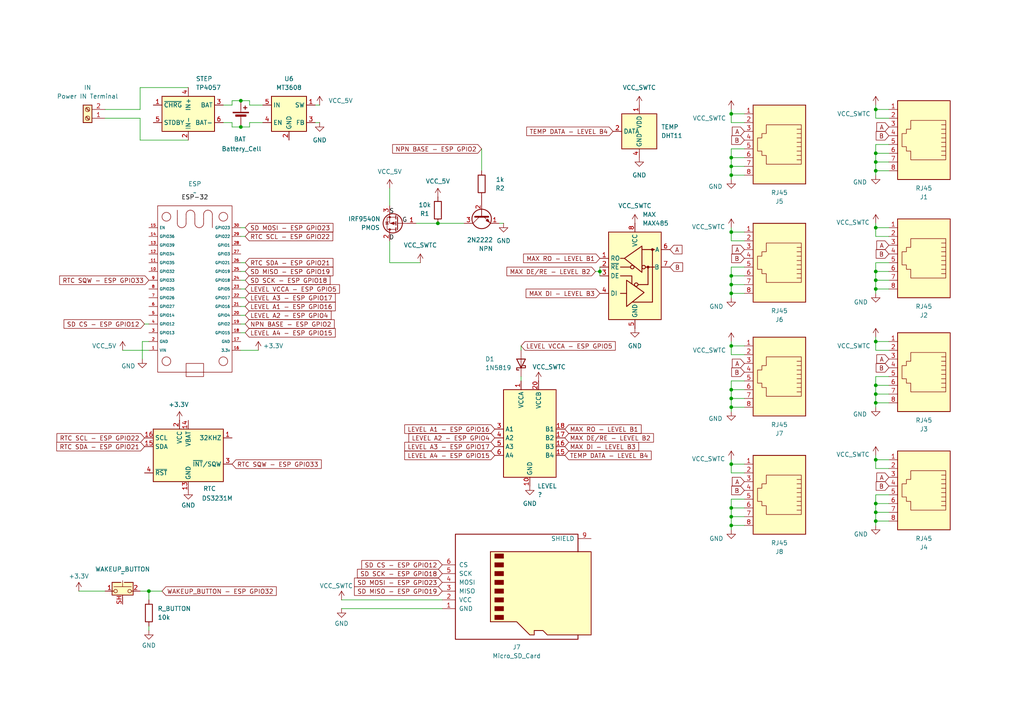
<source format=kicad_sch>
(kicad_sch (version 20231120) (generator "eeschema") (generator_version "8.0")
  (paper "A4")
  (title_block (title "Main Unit Electrical Scheme") (date "2025-07-23"))
  (lib_symbols
    (symbol "Battery_Management:TP4057"
      (property "Reference" "U" (at -6.35 6.604 0))
      (property "Value" "TP4057" (at 1.524 6.604 0))
      (symbol "TP4057_1_1"
        (pin open_collector line (at -10.16 2.54 0) (length 2.54) (name "~{CHRG}") (number "1"))
        (pin power_in line (at 0 -7.62 90) (length 2.54) (name "IN-") (number "2"))
        (pin power_out line (at 10.16 2.54 180) (length 2.54) (name "BAT") (number "3"))
        (pin power_in line (at 0 7.62 270) (length 2.54) (name "IN+") (number "4"))
        (pin open_collector line (at -10.16 -2.54 0) (length 2.54) (name "STDBY") (number "5"))
        (pin passive line (at 10.16 -2.54 180) (length 2.54) (name "BAT-") (number "6"))
      )
    )
    (symbol "Connector:RJ45" (pin_names (offset 1.016))
      (property "Reference" "J" (at -5.08 13.97 0))
      (property "Value" "RJ45" (at 2.54 13.97 0))
      (symbol "RJ45_1_1"
        (pin passive line (at 10.16 -7.62 180) (length 2.54) (name "~") (number "1"))
        (pin passive line (at 10.16 -5.08 180) (length 2.54) (name "~") (number "2"))
        (pin passive line (at 10.16 -2.54 180) (length 2.54) (name "~") (number "3"))
        (pin passive line (at 10.16 0 180) (length 2.54) (name "~") (number "4"))
        (pin passive line (at 10.16 2.54 180) (length 2.54) (name "~") (number "5"))
        (pin passive line (at 10.16 5.08 180) (length 2.54) (name "~") (number "6"))
        (pin passive line (at 10.16 7.62 180) (length 2.54) (name "~") (number "7"))
        (pin passive line (at 10.16 10.16 180) (length 2.54) (name "~") (number "8"))
      )
    )
    (symbol "Connector:Screw_Terminal_01x02" (pin_names (offset 1.016) hide)
      (property "Reference" "J" (at 0 2.54 0))
      (property "Value" "Screw_Terminal_01x02" (at 0 -5.08 0))
      (symbol "Screw_Terminal_01x02_1_1"
        (pin passive line (at -5.08 0 0) (length 3.81) (name "Pin_1") (number "1"))
        (pin passive line (at -5.08 -2.54 0) (length 3.81) (name "Pin_2") (number "2"))
      )
    )
    (symbol "Device:Battery_Cell" (pin_numbers hide) (pin_names (offset 0) hide)
      (property "Reference" "BT" (at 2.54 2.54 0))
      (property "Value" "Battery_Cell" (at 2.54 0 0))
      (symbol "Battery_Cell_1_1"
        (pin passive line (at 0 5.08 270) (length 2.54) (name "+") (number "1"))
        (pin passive line (at 0 -2.54 90) (length 2.54) (name "-") (number "2"))
      )
    )
    (symbol "Device:R" (pin_numbers hide) (pin_names (offset 0))
      (property "Reference" "R" (at 2.032 0 90))
      (property "Value" "R" (at 0 0 90))
      (symbol "R_1_1"
        (pin passive line (at 0 3.81 270) (length 1.27) (name "~") (number "1"))
        (pin passive line (at 0 -3.81 90) (length 1.27) (name "~") (number "2"))
      )
    )
    (symbol "Diode:1N5819" (pin_numbers hide) (pin_names (offset 1.016) hide)
      (property "Reference" "D" (at 0 2.54 0))
      (property "Value" "1N5819" (at 0 -2.54 0))
      (symbol "1N5819_1_1"
        (pin passive line (at -3.81 0 0) (length 2.54) (name "K") (number "1"))
        (pin passive line (at 3.81 0 180) (length 2.54) (name "A") (number "2"))
      )
    )
    (symbol "FXMA108_1"
      (property "Reference" "LEVEL" (at 2.1941 -15.24 0))
      (property "Value" "?" (at 2.286 -17.78 0))
      (symbol "FXMA108_1_1_1"
        (pin power_in line (at -2.54 15.24 270) (length 2.54) (name "VCCA") (number "1"))
        (pin power_in line (at 0 -15.24 90) (length 2.54) (name "GND") (number "10"))
        (pin bidirectional line (at 10.16 -6.35 180) (length 2.54) (name "B4") (number "15"))
        (pin bidirectional line (at 10.16 -3.81 180) (length 2.54) (name "B3") (number "16"))
        (pin bidirectional line (at 10.16 -1.27 180) (length 2.54) (name "B2") (number "17"))
        (pin bidirectional line (at 10.16 1.27 180) (length 2.54) (name "B1") (number "18"))
        (pin power_in line (at 2.54 15.24 270) (length 2.54) (name "VCCB") (number "20"))
        (pin no_connect line (at 2.54 -12.7 90) (length 2.54) hide (name "NC") (number "21"))
        (pin bidirectional line (at -10.16 1.27 0) (length 2.54) (name "A1") (number "3"))
        (pin bidirectional line (at -10.16 -1.27 0) (length 2.54) (name "A2") (number "4"))
        (pin bidirectional line (at -10.16 -3.81 0) (length 2.54) (name "A3") (number "5"))
        (pin bidirectional line (at -10.16 -6.35 0) (length 2.54) (name "A4") (number "6"))
      )
    )
    (symbol "Interface_UART:MAX485E"
      (property "Reference" "U" (at -6.985 13.97 0))
      (property "Value" "MAX485E" (at 1.905 13.97 0))
      (symbol "MAX485E_1_1"
        (pin output line (at -10.16 5.08 0) (length 2.54) (name "RO") (number "1"))
        (pin input line (at -10.16 2.54 0) (length 2.54) (name "~{RE}") (number "2"))
        (pin input line (at -10.16 0 0) (length 2.54) (name "DE") (number "3"))
        (pin input line (at -10.16 -5.08 0) (length 2.54) (name "DI") (number "4"))
        (pin power_in line (at 0 -15.24 90) (length 2.54) (name "GND") (number "5"))
        (pin bidirectional line (at 10.16 7.62 180) (length 2.54) (name "A") (number "6"))
        (pin bidirectional line (at 10.16 2.54 180) (length 2.54) (name "B") (number "7"))
        (pin power_in line (at 0 15.24 270) (length 2.54) (name "VCC") (number "8"))
      )
    )
    (symbol "Micro_SD_Card_1" (pin_names (offset 1.016))
      (property "Reference" "J5" (at 0.635 -21.59 0))
      (property "Value" "Micro_SD_Card" (at 0.635 -19.05 0))
      (symbol "Micro_SD_Card_1_1_1"
        (pin power_in line (at -22.86 5.08 0) (length 3.81) (name "GND") (number "1"))
        (pin power_in line (at -22.86 2.54 0) (length 3.81) (name "VCC") (number "2"))
        (pin bidirectional line (at -22.86 0 0) (length 3.81) (name "MISO") (number "3"))
        (pin bidirectional line (at -22.86 -2.54 0) (length 3.81) (name "MOSI") (number "4"))
        (pin bidirectional line (at -22.86 -5.08 0) (length 3.81) (name "SCK") (number "5"))
        (pin bidirectional line (at -22.86 -7.62 0) (length 3.81) (name "CS") (number "6"))
        (pin passive line (at 20.32 -15.24 180) (length 3.81) (name "SHIELD") (number "9"))
      )
    )
    (symbol "Regulator_Switching:MT3608"
      (property "Reference" "U" (at -2.54 8.89 0))
      (property "Value" "MT3608" (at -3.81 6.35 0))
      (symbol "MT3608_1_1"
        (pin passive line (at 7.62 2.54 180) (length 2.54) (name "SW") (number "1"))
        (pin power_in line (at 0 -7.62 90) (length 2.54) (name "GND") (number "2"))
        (pin input line (at 7.62 -2.54 180) (length 2.54) (name "FB") (number "3"))
        (pin input line (at -7.62 -2.54 0) (length 2.54) (name "EN") (number "4"))
        (pin power_in line (at -7.62 2.54 0) (length 2.54) (name "IN") (number "5"))
        (pin no_connect line (at 5.08 0 180) (length 2.54) hide (name "NC") (number "6"))
      )
    )
    (symbol "Sensor:DHT11"
      (property "Reference" "U" (at -3.81 6.35 0))
      (property "Value" "DHT11" (at 3.81 6.35 0))
      (symbol "DHT11_1_1"
        (pin power_in line (at 0 7.62 270) (length 2.54) (name "VDD") (number "1"))
        (pin bidirectional line (at 7.62 0 180) (length 2.54) (name "DATA") (number "2"))
        (pin no_connect line (at -5.08 0 0) (length 2.54) hide (name "NC") (number "3"))
        (pin power_in line (at 0 -7.62 90) (length 2.54) (name "GND") (number "4"))
      )
    )
    (symbol "Switch:CK_KMS2xxG" (pin_names (offset 1.016) hide)
      (property "Reference" "SW" (at 4.318 2.032 0))
      (property "Value" "CK_KMS2xxG" (at 0 4.572 0))
      (symbol "CK_KMS2xxG_0_1"
        (pin passive line (at -5.08 0 0) (length 2.54) (name "1") (number "1"))
        (pin passive line (at 5.08 0 180) (length 2.54) (name "2") (number "2"))
      )
      (symbol "CK_KMS2xxG_1_1"
        (pin passive line (at 0 -3.81 90) (length 2.54) (name "B") (number "SH"))
      )
    )
    (symbol "Timer_RTC:DS3231M"
      (property "Reference" "U" (at -7.62 8.89 0))
      (property "Value" "DS3231M" (at 10.16 8.89 0))
      (symbol "DS3231M_1_1"
        (pin open_collector line (at 12.7 5.08 180) (length 2.54) (name "32KHZ") (number "1"))
        (pin passive line (at 0 -10.16 90) (length 2.54) hide (name "GND") (number "10"))
        (pin passive line (at 0 -10.16 90) (length 2.54) hide (name "GND") (number "11"))
        (pin passive line (at 0 -10.16 90) (length 2.54) hide (name "GND") (number "12"))
        (pin power_in line (at 0 -10.16 90) (length 2.54) (name "GND") (number "13"))
        (pin power_in line (at 0 10.16 270) (length 2.54) (name "VBAT") (number "14"))
        (pin bidirectional line (at -12.7 2.54 0) (length 2.54) (name "SDA") (number "15"))
        (pin input line (at -12.7 5.08 0) (length 2.54) (name "SCL") (number "16"))
        (pin power_in line (at -2.54 10.16 270) (length 2.54) (name "VCC") (number "2"))
        (pin open_collector line (at 12.7 -2.54 180) (length 2.54) (name "~{INT}/SQW") (number "3"))
        (pin bidirectional line (at -12.7 -5.08 0) (length 2.54) (name "~{RST}") (number "4"))
        (pin passive line (at 0 -10.16 90) (length 2.54) hide (name "GND") (number "5"))
        (pin passive line (at 0 -10.16 90) (length 2.54) hide (name "GND") (number "6"))
        (pin passive line (at 0 -10.16 90) (length 2.54) hide (name "GND") (number "7"))
        (pin passive line (at 0 -10.16 90) (length 2.54) hide (name "GND") (number "8"))
        (pin passive line (at 0 -10.16 90) (length 2.54) hide (name "GND") (number "9"))
      )
    )
    (symbol "Transistor_BJT:2N2219" (pin_names (offset 0) hide)
      (property "Reference" "Q" (at 5.08 1.905 0))
      (property "Value" "2N2219" (at 5.08 0 0))
      (symbol "2N2219_1_1"
        (pin passive line (at 2.54 -5.08 90) (length 2.54) (name "E") (number "1"))
        (pin passive line (at -5.08 0 0) (length 5.715) (name "B") (number "2"))
        (pin passive line (at 2.54 5.08 270) (length 2.54) (name "C") (number "3"))
      )
    )
    (symbol "Transistor_FET:IRF9540N" (pin_names hide)
      (property "Reference" "Q" (at 5.08 1.905 0))
      (property "Value" "IRF9540N" (at 5.08 0 0))
      (symbol "IRF9540N_1_1"
        (pin input line (at -5.08 0 0) (length 2.54) (name "G") (number "1"))
        (pin passive line (at 2.54 5.08 270) (length 2.54) (name "D") (number "2"))
        (pin passive line (at 2.54 -5.08 90) (length 2.54) (name "S") (number "3"))
      )
    )
    (symbol "esp32_30pin:ESP32_30Pin"
      (property "Reference" "U" (at 0 0 0))
      (property "Footprint" "ESP32_30pin" (at 0 -2.54 0))
      (symbol "ESP32_30Pin_1_1"
        (pin power_out line (at 17.78 -13.335 90) (length 2.54) (name "VIN") (number "1"))
        (pin bidirectional line (at -5.08 -13.335 90) (length 2.54) (name "GPIO32") (number "10"))
        (pin bidirectional line (at -7.62 -13.335 90) (length 2.54) (name "GPIO35") (number "11"))
        (pin bidirectional line (at -10.16 -13.335 90) (length 2.54) (name "GPIO34") (number "12"))
        (pin bidirectional line (at -12.7 -13.335 90) (length 2.54) (name "GPIO39") (number "13"))
        (pin bidirectional line (at -15.24 -13.335 90) (length 2.54) (name "GPIO36") (number "14"))
        (pin bidirectional line (at -17.78 -13.335 90) (length 2.54) (name "EN") (number "15"))
        (pin output line (at 17.78 13.335 270) (length 2.54) (name "3.3v") (number "16"))
        (pin power_in line (at 15.24 13.335 270) (length 2.54) (name "GND") (number "17"))
        (pin bidirectional line (at 12.7 13.335 270) (length 2.54) (name "GPIO15") (number "18"))
        (pin bidirectional line (at 10.16 13.335 270) (length 2.54) (name "GPIO2") (number "19"))
        (pin bidirectional line (at 15.24 -13.335 90) (length 2.54) (name "GND") (number "2"))
        (pin bidirectional line (at 7.62 13.335 270) (length 2.54) (name "GPIO4") (number "20"))
        (pin bidirectional line (at 5.08 13.335 270) (length 2.54) (name "GPIO16") (number "21"))
        (pin bidirectional line (at 2.54 13.335 270) (length 2.54) (name "GPIO17") (number "22"))
        (pin bidirectional line (at 0 13.335 270) (length 2.54) (name "GPIO5") (number "23"))
        (pin bidirectional line (at -2.54 13.335 270) (length 2.54) (name "GPIO18") (number "24"))
        (pin bidirectional line (at -5.08 13.335 270) (length 2.54) (name "GPIO19") (number "25"))
        (pin bidirectional line (at -7.62 13.335 270) (length 2.54) (name "GPIO21") (number "26"))
        (pin bidirectional line (at -10.16 13.335 270) (length 2.54) (name "GPIO3") (number "27"))
        (pin bidirectional line (at -12.7 13.335 270) (length 2.54) (name "GPIO1") (number "28"))
        (pin bidirectional line (at -15.24 13.335 270) (length 2.54) (name "GPIO22") (number "29"))
        (pin bidirectional line (at 12.7 -13.335 90) (length 2.54) (name "GPIO13") (number "3"))
        (pin bidirectional line (at -17.78 13.335 270) (length 2.54) (name "GPIO23") (number "30"))
        (pin bidirectional line (at 10.16 -13.335 90) (length 2.54) (name "GPIO12") (number "4"))
        (pin bidirectional line (at 7.62 -13.335 90) (length 2.54) (name "GPIO14") (number "5"))
        (pin bidirectional line (at 5.08 -13.335 90) (length 2.54) (name "GPIO27") (number "6"))
        (pin bidirectional line (at 2.54 -13.335 90) (length 2.54) (name "GPIO26") (number "7"))
        (pin bidirectional line (at 0 -13.335 90) (length 2.54) (name "GPIO25") (number "8"))
        (pin bidirectional line (at -2.54 -13.335 90) (length 2.54) (name "GPIO33") (number "9"))
      )
    )
    (symbol "power:+3.3V" (power) (pin_numbers hide) (pin_names (offset 0) hide)
      (property "Value" "+3.3V" (at 0 3.556 0))
      (symbol "+3.3V_1_1"
        (pin power_in line (at 0 0 90) (length 0) (name "~") (number "1"))
      )
    )
    (symbol "power:+5V" (power) (pin_numbers hide) (pin_names (offset 0) hide)
      (property "Value" "+5V" (at 0 3.556 0))
      (symbol "+5V_1_1"
        (pin power_in line (at 0 0 90) (length 0) (name "~") (number "1"))
      )
    )
    (symbol "power:GND" (power) (pin_numbers hide) (pin_names (offset 0) hide)
      (property "Value" "GND" (at 0 -3.81 0))
      (symbol "GND_1_1"
        (pin power_in line (at 0 0 270) (length 0) (name "~") (number "1"))
      )
    )
  )
  (junction (at 254 148.59))
  (junction (at 254 146.05))
  (junction (at 212.09 147.32))
  (junction (at 254 133.35))
  (junction (at 254 66.04))
  (junction (at 212.09 152.4))
  (junction (at 212.09 50.8))
  (junction (at 212.09 149.86))
  (junction (at 212.09 45.72))
  (junction (at 212.09 113.03))
  (junction (at 212.09 100.33))
  (junction (at 69.85 29.21))
  (junction (at 254 151.13))
  (junction (at 127 64.77))
  (junction (at 212.09 80.01))
  (junction (at 212.09 134.62))
  (junction (at 254 31.75))
  (junction (at 254 81.28))
  (junction (at 212.09 48.26))
  (junction (at 254 49.53))
  (junction (at 254 46.99))
  (junction (at 254 99.06))
  (junction (at 254 111.76))
  (junction (at 254 78.74))
  (junction (at 254 44.45))
  (junction (at 212.09 115.57))
  (junction (at 212.09 33.02))
  (junction (at 43.18 171.45))
  (junction (at 212.09 118.11))
  (junction (at 173.99 78.74))
  (junction (at 254 116.84))
  (junction (at 212.09 67.31))
  (junction (at 212.09 82.55))
  (junction (at 254 83.82))
  (junction (at 69.85 36.83))
  (junction (at 212.09 85.09))
  (junction (at 254 114.3))
  (wire (pts (xy 212.09 134.62) (xy 212.09 137.16)))
  (wire (pts (xy 212.09 115.57) (xy 215.9 115.57)))
  (wire (pts (xy 254 68.58) (xy 257.81 68.58)))
  (wire (pts (xy 254 133.35) (xy 254 135.89)))
  (wire (pts (xy 254 46.99) (xy 257.81 46.99)))
  (wire (pts (xy 254 114.3) (xy 257.81 114.3)))
  (wire (pts (xy 212.09 33.02) (xy 212.09 35.56)))
  (wire (pts (xy 113.03 76.2) (xy 121.92 76.2)))
  (wire (pts (xy 69.85 101.6) (xy 74.93 101.6)))
  (wire (pts (xy 99.06 176.53) (xy 128.27 176.53)))
  (wire (pts (xy 212.09 153.67) (xy 212.09 152.4)))
  (wire (pts (xy 212.09 119.38) (xy 212.09 118.11)))
  (wire (pts (xy 254 133.35) (xy 257.81 133.35)))
  (wire (pts (xy 212.09 102.87) (xy 215.9 102.87)))
  (wire (pts (xy 254 78.74) (xy 257.81 78.74)))
  (wire (pts (xy 144.78 64.77) (xy 146.05 64.77)))
  (wire (pts (xy 254 31.75) (xy 254 34.29)))
  (wire (pts (xy 43.18 171.45) (xy 46.99 171.45)))
  (wire (pts (xy 67.31 35.56) (xy 67.31 36.83)))
  (wire (pts (xy 151.13 100.33) (xy 151.13 101.6)))
  (wire (pts (xy 212.09 100.33) (xy 212.09 102.87)))
  (wire (pts (xy 212.09 110.49) (xy 212.09 113.03)))
  (wire (pts (xy 127 64.77) (xy 134.62 64.77)))
  (wire (pts (xy 172.72 78.74) (xy 173.99 78.74)))
  (wire (pts (xy 69.85 29.21) (xy 72.39 29.21)))
  (wire (pts (xy 212.09 77.47) (xy 212.09 80.01)))
  (wire (pts (xy 254 148.59) (xy 257.81 148.59)))
  (wire (pts (xy 212.09 48.26) (xy 215.9 48.26)))
  (wire (pts (xy 212.09 100.33) (xy 215.9 100.33)))
  (wire (pts (xy 254 109.22) (xy 254 111.76)))
  (wire (pts (xy 113.03 69.85) (xy 113.03 76.2)))
  (wire (pts (xy 254 146.05) (xy 254 148.59)))
  (wire (pts (xy 254 81.28) (xy 254 83.82)))
  (wire (pts (xy 254 146.05) (xy 257.81 146.05)))
  (wire (pts (xy 212.09 133.35) (xy 212.09 134.62)))
  (wire (pts (xy 113.03 54.61) (xy 113.03 59.69)))
  (wire (pts (xy 212.09 67.31) (xy 212.09 69.85)))
  (wire (pts (xy 72.39 36.83) (xy 72.39 35.56)))
  (wire (pts (xy 254 118.11) (xy 254 116.84)))
  (wire (pts (xy 69.85 36.83) (xy 72.39 36.83)))
  (wire (pts (xy 215.9 43.18) (xy 212.09 43.18)))
  (wire (pts (xy 43.18 182.88) (xy 43.18 181.61)))
  (wire (pts (xy 254 116.84) (xy 257.81 116.84)))
  (wire (pts (xy 254 66.04) (xy 257.81 66.04)))
  (wire (pts (xy 92.71 35.56) (xy 91.44 35.56)))
  (wire (pts (xy 212.09 33.02) (xy 215.9 33.02)))
  (wire (pts (xy 69.85 66.04) (xy 71.12 66.04)))
  (wire (pts (xy 257.81 41.91) (xy 254 41.91)))
  (wire (pts (xy 212.09 147.32) (xy 212.09 149.86)))
  (wire (pts (xy 43.18 171.45) (xy 43.18 173.99)))
  (wire (pts (xy 257.81 76.2) (xy 254 76.2)))
  (wire (pts (xy 92.71 30.48) (xy 91.44 30.48)))
  (wire (pts (xy 212.09 50.8) (xy 215.9 50.8)))
  (wire (pts (xy 212.09 45.72) (xy 215.9 45.72)))
  (wire (pts (xy 254 81.28) (xy 257.81 81.28)))
  (wire (pts (xy 254 41.91) (xy 254 44.45)))
  (wire (pts (xy 41.91 93.98) (xy 43.18 93.98)))
  (wire (pts (xy 254 64.77) (xy 254 66.04)))
  (wire (pts (xy 67.31 30.48) (xy 67.31 29.21)))
  (wire (pts (xy 254 44.45) (xy 254 46.99)))
  (wire (pts (xy 212.09 144.78) (xy 212.09 147.32)))
  (wire (pts (xy 71.12 83.82) (xy 69.85 83.82)))
  (wire (pts (xy 212.09 69.85) (xy 215.9 69.85)))
  (wire (pts (xy 69.85 86.36) (xy 71.12 86.36)))
  (wire (pts (xy 41.275 99.06) (xy 41.275 104.14)))
  (wire (pts (xy 40.64 171.45) (xy 43.18 171.45)))
  (wire (pts (xy 72.39 30.48) (xy 76.2 30.48)))
  (wire (pts (xy 69.85 93.98) (xy 71.12 93.98)))
  (wire (pts (xy 69.85 76.2) (xy 71.12 76.2)))
  (wire (pts (xy 212.09 66.04) (xy 212.09 67.31)))
  (wire (pts (xy 173.99 77.47) (xy 173.99 78.74)))
  (wire (pts (xy 212.09 82.55) (xy 212.09 85.09)))
  (wire (pts (xy 212.09 149.86) (xy 215.9 149.86)))
  (wire (pts (xy 254 101.6) (xy 257.81 101.6)))
  (wire (pts (xy 215.9 144.78) (xy 212.09 144.78)))
  (wire (pts (xy 41.275 99.06) (xy 43.18 99.06)))
  (wire (pts (xy 212.09 45.72) (xy 212.09 48.26)))
  (wire (pts (xy 35.56 101.6) (xy 43.18 101.6)))
  (wire (pts (xy 212.09 147.32) (xy 215.9 147.32)))
  (wire (pts (xy 254 30.48) (xy 254 31.75)))
  (wire (pts (xy 212.09 137.16) (xy 215.9 137.16)))
  (wire (pts (xy 40.64 40.64) (xy 40.64 34.29)))
  (wire (pts (xy 139.7 43.18) (xy 139.7 49.53)))
  (wire (pts (xy 254 85.09) (xy 254 83.82)))
  (wire (pts (xy 69.85 88.9) (xy 71.12 88.9)))
  (wire (pts (xy 254 114.3) (xy 254 116.84)))
  (wire (pts (xy 257.81 143.51) (xy 254 143.51)))
  (wire (pts (xy 212.09 118.11) (xy 215.9 118.11)))
  (wire (pts (xy 22.86 171.45) (xy 30.48 171.45)))
  (wire (pts (xy 212.09 35.56) (xy 215.9 35.56)))
  (wire (pts (xy 215.9 110.49) (xy 212.09 110.49)))
  (wire (pts (xy 54.61 25.4) (xy 40.64 25.4)))
  (wire (pts (xy 254 83.82) (xy 257.81 83.82)))
  (wire (pts (xy 72.39 35.56) (xy 76.2 35.56)))
  (wire (pts (xy 212.09 85.09) (xy 215.9 85.09)))
  (wire (pts (xy 120.65 64.77) (xy 127 64.77)))
  (wire (pts (xy 254 99.06) (xy 257.81 99.06)))
  (wire (pts (xy 64.77 35.56) (xy 67.31 35.56)))
  (wire (pts (xy 212.09 67.31) (xy 215.9 67.31)))
  (wire (pts (xy 215.9 77.47) (xy 212.09 77.47)))
  (wire (pts (xy 212.09 113.03) (xy 215.9 113.03)))
  (wire (pts (xy 69.85 91.44) (xy 71.12 91.44)))
  (wire (pts (xy 212.09 149.86) (xy 212.09 152.4)))
  (wire (pts (xy 254 76.2) (xy 254 78.74)))
  (wire (pts (xy 212.09 113.03) (xy 212.09 115.57)))
  (wire (pts (xy 212.09 43.18) (xy 212.09 45.72)))
  (wire (pts (xy 151.13 109.22) (xy 151.13 110.49)))
  (wire (pts (xy 212.09 31.75) (xy 212.09 33.02)))
  (wire (pts (xy 254 66.04) (xy 254 68.58)))
  (wire (pts (xy 254 50.8) (xy 254 49.53)))
  (wire (pts (xy 254 151.13) (xy 257.81 151.13)))
  (wire (pts (xy 212.09 52.07) (xy 212.09 50.8)))
  (wire (pts (xy 99.06 173.99) (xy 128.27 173.99)))
  (wire (pts (xy 254 97.79) (xy 254 99.06)))
  (wire (pts (xy 54.61 40.64) (xy 40.64 40.64)))
  (wire (pts (xy 67.31 36.83) (xy 69.85 36.83)))
  (wire (pts (xy 254 152.4) (xy 254 151.13)))
  (wire (pts (xy 212.09 82.55) (xy 215.9 82.55)))
  (wire (pts (xy 254 99.06) (xy 254 101.6)))
  (wire (pts (xy 67.31 29.21) (xy 69.85 29.21)))
  (wire (pts (xy 254 111.76) (xy 254 114.3)))
  (wire (pts (xy 173.99 78.74) (xy 173.99 80.01)))
  (wire (pts (xy 69.85 68.58) (xy 71.12 68.58)))
  (wire (pts (xy 212.09 99.06) (xy 212.09 100.33)))
  (wire (pts (xy 64.77 30.48) (xy 67.31 30.48)))
  (wire (pts (xy 71.12 96.52) (xy 69.85 96.52)))
  (wire (pts (xy 254 143.51) (xy 254 146.05)))
  (wire (pts (xy 212.09 80.01) (xy 212.09 82.55)))
  (wire (pts (xy 40.64 25.4) (xy 40.64 31.75)))
  (wire (pts (xy 212.09 48.26) (xy 212.09 50.8)))
  (wire (pts (xy 254 111.76) (xy 257.81 111.76)))
  (wire (pts (xy 72.39 29.21) (xy 72.39 30.48)))
  (wire (pts (xy 254 132.08) (xy 254 133.35)))
  (wire (pts (xy 212.09 152.4) (xy 215.9 152.4)))
  (wire (pts (xy 69.85 78.74) (xy 71.12 78.74)))
  (wire (pts (xy 254 46.99) (xy 254 49.53)))
  (wire (pts (xy 254 135.89) (xy 257.81 135.89)))
  (wire (pts (xy 212.09 86.36) (xy 212.09 85.09)))
  (wire (pts (xy 254 49.53) (xy 257.81 49.53)))
  (wire (pts (xy 257.81 109.22) (xy 254 109.22)))
  (wire (pts (xy 212.09 115.57) (xy 212.09 118.11)))
  (wire (pts (xy 40.64 34.29) (xy 30.48 34.29)))
  (wire (pts (xy 212.09 134.62) (xy 215.9 134.62)))
  (wire (pts (xy 254 31.75) (xy 257.81 31.75)))
  (wire (pts (xy 40.64 31.75) (xy 30.48 31.75)))
  (wire (pts (xy 254 34.29) (xy 257.81 34.29)))
  (wire (pts (xy 254 78.74) (xy 254 81.28)))
  (wire (pts (xy 69.85 81.28) (xy 71.12 81.28)))
  (wire (pts (xy 254 148.59) (xy 254 151.13)))
  (wire (pts (xy 212.09 80.01) (xy 215.9 80.01)))
  (wire (pts (xy 254 44.45) (xy 257.81 44.45)))
  (label "D" (at 114.3 69.85 180))
  (label "S" (at 114.3 62.23 180))
  (label "G" (at 118.11 64.77 180))
  (global_label "LEVEL A3 - ESP GPIO17" (shape input) (at 143.51 129.54 180) (property "Intersheetrefs" "${INTERSHEET_REFS}" (effects (hide yes))))
  (global_label "B" (shape input) (at 257.81 73.66 180) (property "Intersheetrefs" "${INTERSHEET_REFS}" (effects (hide yes))))
  (global_label "A" (shape input) (at 215.9 38.1 180) (property "Intersheetrefs" "${INTERSHEET_REFS}" (effects (hide yes))))
  (global_label "SD MOSI - ESP GPIO23" (shape input) (at 71.12 66.04 0) (property "Intersheetrefs" "${INTERSHEET_REFS}" (effects (hide yes))))
  (global_label "SD CS - ESP GPIO12" (shape input) (at 41.91 93.98 180) (property "Intersheetrefs" "${INTERSHEET_REFS}" (effects (hide yes))))
  (global_label "RTC SCL - ESP GPIO22" (shape input) (at 71.12 68.58 0) (property "Intersheetrefs" "${INTERSHEET_REFS}" (effects (hide yes))))
  (global_label "B" (shape input) (at 194.31 77.47 0) (property "Intersheetrefs" "${INTERSHEET_REFS}" (effects (hide yes))))
  (global_label "RTC SQW - ESP GPIO33" (shape input) (at 67.31 134.62 0) (property "Intersheetrefs" "${INTERSHEET_REFS}" (effects (hide yes))))
  (global_label "B" (shape input) (at 215.9 40.64 180) (property "Intersheetrefs" "${INTERSHEET_REFS}" (effects (hide yes))))
  (global_label "MAX RO - LEVEL B1" (shape input) (at 163.83 124.46 0) (property "Intersheetrefs" "${INTERSHEET_REFS}" (effects (hide yes))))
  (global_label "B" (shape input) (at 215.9 74.93 180) (property "Intersheetrefs" "${INTERSHEET_REFS}" (effects (hide yes))))
  (global_label "B" (shape input) (at 257.81 39.37 180) (property "Intersheetrefs" "${INTERSHEET_REFS}" (effects (hide yes))))
  (global_label "MAX DI - LEVEL B3" (shape input) (at 163.83 129.54 0) (property "Intersheetrefs" "${INTERSHEET_REFS}" (effects (hide yes))))
  (global_label "LEVEL A1 - ESP GPIO16" (shape input) (at 71.12 88.9 0) (property "Intersheetrefs" "${INTERSHEET_REFS}" (effects (hide yes))))
  (global_label "A" (shape input) (at 215.9 139.7 180) (property "Intersheetrefs" "${INTERSHEET_REFS}" (effects (hide yes))))
  (global_label "RTC SCL - ESP GPIO22" (shape input) (at 41.91 127 180) (property "Intersheetrefs" "${INTERSHEET_REFS}" (effects (hide yes))))
  (global_label "LEVEL VCCA - ESP GPIO5" (shape input) (at 151.13 100.33 0) (property "Intersheetrefs" "${INTERSHEET_REFS}" (effects (hide yes))))
  (global_label "A" (shape input) (at 257.81 36.83 180) (property "Intersheetrefs" "${INTERSHEET_REFS}" (effects (hide yes))))
  (global_label "B" (shape input) (at 257.81 140.97 180) (property "Intersheetrefs" "${INTERSHEET_REFS}" (effects (hide yes))))
  (global_label "LEVEL A1 - ESP GPIO16" (shape input) (at 143.51 124.46 180) (property "Intersheetrefs" "${INTERSHEET_REFS}" (effects (hide yes))))
  (global_label "A" (shape input) (at 257.81 138.43 180) (property "Intersheetrefs" "${INTERSHEET_REFS}" (effects (hide yes))))
  (global_label "SD CS - ESP GPIO12" (shape input) (at 128.27 163.83 180) (property "Intersheetrefs" "${INTERSHEET_REFS}" (effects (hide yes))))
  (global_label "TEMP DATA - LEVEL B4" (shape input) (at 177.8 38.1 180) (property "Intersheetrefs" "${INTERSHEET_REFS}" (effects (hide yes))))
  (global_label "LEVEL A3 - ESP GPIO17" (shape input) (at 71.12 86.36 0) (property "Intersheetrefs" "${INTERSHEET_REFS}" (effects (hide yes))))
  (global_label "A" (shape input) (at 215.9 105.41 180) (property "Intersheetrefs" "${INTERSHEET_REFS}" (effects (hide yes))))
  (global_label "RTC SDA - ESP GPIO21" (shape input) (at 71.12 76.2 0) (property "Intersheetrefs" "${INTERSHEET_REFS}" (effects (hide yes))))
  (global_label "A" (shape input) (at 194.31 72.39 0) (property "Intersheetrefs" "${INTERSHEET_REFS}" (effects (hide yes))))
  (global_label "SD SCK - ESP GPIO18" (shape input) (at 128.27 166.37 180) (property "Intersheetrefs" "${INTERSHEET_REFS}" (effects (hide yes))))
  (global_label "LEVEL A2 - ESP GPIO4" (shape input) (at 143.51 127 180) (property "Intersheetrefs" "${INTERSHEET_REFS}" (effects (hide yes))))
  (global_label "B" (shape input) (at 215.9 107.95 180) (property "Intersheetrefs" "${INTERSHEET_REFS}" (effects (hide yes))))
  (global_label "TEMP DATA - LEVEL B4" (shape input) (at 163.83 132.08 0) (property "Intersheetrefs" "${INTERSHEET_REFS}" (effects (hide yes))))
  (global_label "LEVEL A4 - ESP GPIO15" (shape input) (at 143.51 132.08 180) (property "Intersheetrefs" "${INTERSHEET_REFS}" (effects (hide yes))))
  (global_label "SD MOSI - ESP GPIO23" (shape input) (at 128.27 168.91 180) (property "Intersheetrefs" "${INTERSHEET_REFS}" (effects (hide yes))))
  (global_label "WAKEUP_BUTTON - ESP GPIO32" (shape input) (at 46.99 171.45 0) (property "Intersheetrefs" "${INTERSHEET_REFS}" (effects (hide yes))))
  (global_label "SD MISO - ESP GPIO19" (shape input) (at 71.12 78.74 0) (property "Intersheetrefs" "${INTERSHEET_REFS}" (effects (hide yes))))
  (global_label "NPN BASE - ESP GPIO2" (shape input) (at 71.12 93.98 0) (property "Intersheetrefs" "${INTERSHEET_REFS}" (effects (hide yes))))
  (global_label "MAX DE{slash}RE - LEVEL B2" (shape input) (at 172.72 78.74 180) (property "Intersheetrefs" "${INTERSHEET_REFS}" (effects (hide yes))))
  (global_label "MAX RO - LEVEL B1" (shape input) (at 173.99 74.93 180) (property "Intersheetrefs" "${INTERSHEET_REFS}" (effects (hide yes))))
  (global_label "LEVEL VCCA - ESP GPIO5" (shape input) (at 71.12 83.82 0) (property "Intersheetrefs" "${INTERSHEET_REFS}" (effects (hide yes))))
  (global_label "RTC SQW - ESP GPIO33" (shape input) (at 43.18 81.28 180) (property "Intersheetrefs" "${INTERSHEET_REFS}" (effects (hide yes))))
  (global_label "MAX DE{slash}RE - LEVEL B2" (shape input) (at 163.83 127 0) (property "Intersheetrefs" "${INTERSHEET_REFS}" (effects (hide yes))))
  (global_label "A" (shape input) (at 257.81 71.12 180) (property "Intersheetrefs" "${INTERSHEET_REFS}" (effects (hide yes))))
  (global_label "NPN BASE - ESP GPIO2" (shape input) (at 139.7 43.18 180) (property "Intersheetrefs" "${INTERSHEET_REFS}" (effects (hide yes))))
  (global_label "LEVEL A2 - ESP GPIO4" (shape input) (at 71.12 91.44 0) (property "Intersheetrefs" "${INTERSHEET_REFS}" (effects (hide yes))))
  (global_label "LEVEL A4 - ESP GPIO15" (shape input) (at 71.12 96.52 0) (property "Intersheetrefs" "${INTERSHEET_REFS}" (effects (hide yes))))
  (global_label "MAX DI - LEVEL B3" (shape input) (at 173.99 85.09 180) (property "Intersheetrefs" "${INTERSHEET_REFS}" (effects (hide yes))))
  (global_label "A" (shape input) (at 215.9 72.39 180) (property "Intersheetrefs" "${INTERSHEET_REFS}" (effects (hide yes))))
  (global_label "SD SCK - ESP GPIO18" (shape input) (at 71.12 81.28 0) (property "Intersheetrefs" "${INTERSHEET_REFS}" (effects (hide yes))))
  (global_label "B" (shape input) (at 257.81 106.68 180) (property "Intersheetrefs" "${INTERSHEET_REFS}" (effects (hide yes))))
  (global_label "A" (shape input) (at 257.81 104.14 180) (property "Intersheetrefs" "${INTERSHEET_REFS}" (effects (hide yes))))
  (global_label "RTC SDA - ESP GPIO21" (shape input) (at 41.91 129.54 180) (property "Intersheetrefs" "${INTERSHEET_REFS}" (effects (hide yes))))
  (global_label "B" (shape input) (at 215.9 142.24 180) (property "Intersheetrefs" "${INTERSHEET_REFS}" (effects (hide yes))))
  (global_label "SD MISO - ESP GPIO19" (shape input) (at 128.27 171.45 180) (property "Intersheetrefs" "${INTERSHEET_REFS}" (effects (hide yes))))
  (symbol (lib_id "power:+5V") (at 212.09 99.06 0) (unit 1)
    (property "Reference" "#PWR032" (effects (hide yes)))
    (property "Value" "VCC_SWTC" (at 205.74 101.6 0))
    (property "Description" "Power symbol creates a global label with name \"+5V\"" (effects (hide yes)))
  )
  (symbol (lib_id "power:GND") (at 254 85.09 0) (unit 1)
    (property "Reference" "#PWR023" (effects (hide yes)))
    (property "Value" "GND" (at 249.682 87.63 0))
    (property "Description" "Power symbol creates a global label with name \"GND\" , ground" (effects (hide yes)))
  )
  (symbol (lib_id "power:+5V") (at 35.56 101.6 0) (unit 1)
    (property "Reference" "#PWR010" (effects (hide yes)))
    (property "Value" "VCC_5V" (at 26.67 100.33 0) (effects (justify left)))
    (property "Description" "Power symbol creates a global label with name \"+5V\"" (effects (hide yes)))
  )
  (symbol (lib_id "power:+5V") (at 127 57.15 0) (unit 1)
    (property "Reference" "#PWR08" (effects (hide yes)))
    (property "Value" "VCC_5V" (at 123.444 52.578 0) (effects (justify left)))
    (property "Description" "Power symbol creates a global label with name \"+5V\"" (effects (hide yes)))
  )
  (symbol (lib_id "power:+5V") (at 212.09 31.75 0) (unit 1)
    (property "Reference" "#PWR028" (effects (hide yes)))
    (property "Value" "VCC_SWTC" (at 205.74 34.29 0))
    (property "Description" "Power symbol creates a global label with name \"+5V\"" (effects (hide yes)))
  )
  (symbol (lib_id "power:GND") (at 212.09 119.38 0) (unit 1)
    (property "Reference" "#PWR033" (effects (hide yes)))
    (property "Value" "GND" (at 207.518 121.412 0))
    (property "Description" "Power symbol creates a global label with name \"GND\" , ground" (effects (hide yes)))
  )
  (symbol (lib_id "Diode:1N5819") (at 151.13 105.41 90) (unit 1)
    (property "Reference" "D1" (at 140.716 104.14 90) (effects (justify right)))
    (property "Value" "1N5819" (at 140.716 106.68 90) (effects (justify right)))
    (property "Footprint" "Diode_THT:D_DO-41_SOD81_P10.16mm_Horizontal" (effects (hide yes)))
    (property "Datasheet" "http://www.vishay.com/docs/88525/1n5817.pdf" (effects (hide yes)))
    (property "Description" "40V 1A Schottky Barrier Rectifier Diode, DO-41" (effects (hide yes)))
  )
  (symbol (lib_id "power:+5V") (at 92.71 30.48 0) (unit 1)
    (property "Reference" "#PWR09" (effects (hide yes)))
    (property "Value" "VCC_5V" (at 95.25 29.2099 0) (effects (justify left)))
    (property "Description" "Power symbol creates a global label with name \"+5V\"" (effects (hide yes)))
  )
  (symbol (lib_id "power:+5V") (at 156.21 110.49 0) (unit 1)
    (property "Reference" "#PWR011" (effects (hide yes)))
    (property "Value" "VCC_SWTC" (at 159.258 106.426 0))
    (property "Description" "Power symbol creates a global label with name \"+5V\"" (effects (hide yes)))
  )
  (symbol (lib_id "Connector:RJ45") (at 226.06 74.93 180) (unit 1)
    (property "Reference" "J6" (at 226.06 92.71 0))
    (property "Value" "RJ45" (at 226.06 90.17 0))
    (property "Footprint" "Connector_RJ:RJ45_OST_PJ012-8P8CX_Vertical" (effects (hide yes)))
    (property "Description" "RJ connector, 8P8C (8 positions 8 connected)" (effects (hide yes)))
  )
  (symbol (lib_id "Regulator_Switching:MT3608") (at 83.82 33.02 0) (unit 1)
    (property "Reference" "U6" (at 83.82 22.86 0))
    (property "Value" "MT3608" (at 83.82 25.4 0))
    (property "Footprint" "Package_TO_SOT_SMD:SOT-23-6" (effects (hide yes)))
    (property "Datasheet" "https://www.olimex.com/Products/Breadboarding/BB-PWR-3608/resources/MT3608.pdf" (effects (hide yes)))
    (property "Description" "High Efficiency 1.2MHz 2A Step Up Converter, 2-24V Vin, 28V Vout, 4A current limit, 1.2MHz, SOT23-6" (effects (hide yes)))
  )
  (symbol (lib_id "power:+3.3V") (at 52.07 121.92 0) (unit 1)
    (property "Reference" "#PWR06" (effects (hide yes)))
    (property "Value" "+3.3V" (at 51.816 117.348 0))
    (property "Description" "Power symbol creates a global label with name \"+3.3V\"" (effects (hide yes)))
  )
  (symbol (lib_id "power:GND") (at 92.71 35.56 0) (unit 1)
    (property "Reference" "#PWR03" (effects (hide yes)))
    (property "Value" "GND" (at 92.71 40.64 0))
    (property "Description" "Power symbol creates a global label with name \"GND\" , ground" (effects (hide yes)))
  )
  (symbol (lib_id "Connector:RJ45") (at 226.06 107.95 180) (unit 1)
    (property "Reference" "J7" (at 226.06 125.73 0))
    (property "Value" "RJ45" (at 226.06 123.19 0))
    (property "Footprint" "Connector_RJ:RJ45_OST_PJ012-8P8CX_Vertical" (effects (hide yes)))
    (property "Description" "RJ connector, 8P8C (8 positions 8 connected)" (effects (hide yes)))
  )
  (symbol (lib_id "power:GND") (at 254 152.4 0) (unit 1)
    (property "Reference" "#PWR027" (effects (hide yes)))
    (property "Value" "GND" (at 249.682 154.94 0))
    (property "Description" "Power symbol creates a global label with name \"GND\" , ground" (effects (hide yes)))
  )
  (symbol (lib_id "Interface_UART:MAX485E") (at 184.15 80.01 0) (unit 1)
    (property "Reference" "MAX" (at 186.3441 62.23 0) (effects (justify left)))
    (property "Value" "MAX485" (at 186.3441 64.77 0) (effects (justify left)))
    (property "Footprint" "Package_SO:SOIC-8_3.9x4.9mm_P1.27mm" (effects (hide yes)))
    (property "Datasheet" "https://datasheets.maximintegrated.com/en/ds/MAX1487E-MAX491E.pdf" (effects (hide yes)))
    (property "Description" "Half duplex RS-485/RS-422, 2.5 Mbps, ±15kV electro-static discharge (ESD) protection, no slew-rate, no low-power shutdown, with receiver/driver enable, 32 receiver drive capability, DIP-8 and SOIC-8" (effects (hide yes)))
  )
  (symbol (lib_id "power:GND") (at 212.09 153.67 0) (unit 1)
    (property "Reference" "#PWR035" (effects (hide yes)))
    (property "Value" "GND" (at 207.772 156.21 0))
    (property "Description" "Power symbol creates a global label with name \"GND\" , ground" (effects (hide yes)))
  )
  (symbol (lib_id "Device:R") (at 127 60.96 180) (unit 1)
    (property "Reference" "R1" (at 123.19 61.976 0))
    (property "Value" "10k" (at 123.19 59.436 0))
    (property "Description" "Resistor" (effects (hide yes)))
  )
  (symbol (lib_id "power:+5V") (at 184.15 64.77 0) (unit 1)
    (property "Reference" "#PWR016" (effects (hide yes)))
    (property "Value" "VCC_SWTC" (at 184.15 59.69 0))
    (property "Description" "Power symbol creates a global label with name \"+5V\"" (effects (hide yes)))
  )
  (symbol (lib_id "Timer_RTC:DS3231M") (at 54.61 132.08 0) (unit 1)
    (property "Reference" "RTC" (at 58.928 141.732 0) (effects (justify left)))
    (property "Value" "DS3231M" (at 58.5119 144.526 0) (effects (justify left)))
    (property "Footprint" "Package_SO:SOIC-16W_7.5x10.3mm_P1.27mm" (effects (hide yes)))
    (property "Datasheet" "http://datasheets.maximintegrated.com/en/ds/DS3231.pdf" (effects (hide yes)))
    (property "Description" "Extremely Accurate I2C-Integrated RTC/TCXO/Crystal SOIC-16" (effects (hide yes)))
  )
  (symbol (lib_id "power:+5V") (at 254 132.08 0) (unit 1)
    (property "Reference" "#PWR026" (effects (hide yes)))
    (property "Value" "VCC_SWTC" (at 247.396 131.826 0))
    (property "Description" "Power symbol creates a global label with name \"+5V\"" (effects (hide yes)))
  )
  (symbol (lib_id "Connector:RJ45") (at 267.97 73.66 180) (unit 1)
    (property "Reference" "J2" (at 267.97 91.44 0))
    (property "Value" "RJ45" (at 267.97 88.9 0))
    (property "Footprint" "Connector_RJ:RJ45_OST_PJ012-8P8CX_Vertical" (effects (hide yes)))
    (property "Description" "RJ connector, 8P8C (8 positions 8 connected)" (effects (hide yes)))
  )
  (symbol (lib_id "power:GND") (at 99.06 176.53 0) (unit 1)
    (property "Reference" "#PWR013" (effects (hide yes)))
    (property "Value" "GND" (at 99.06 180.848 0))
    (property "Description" "Power symbol creates a global label with name \"GND\" , ground" (effects (hide yes)))
  )
  (symbol (lib_id "Connector:RJ45") (at 267.97 39.37 180) (unit 1)
    (property "Reference" "J1" (at 267.97 57.15 0))
    (property "Value" "RJ45" (at 267.97 54.61 0))
    (property "Footprint" "Connector_RJ:RJ45_OST_PJ012-8P8CX_Vertical" (effects (hide yes)))
    (property "Description" "RJ connector, 8P8C (8 positions 8 connected)" (effects (hide yes)))
  )
  (symbol (lib_id "power:+5V") (at 212.09 66.04 0) (unit 1)
    (property "Reference" "#PWR030" (effects (hide yes)))
    (property "Value" "VCC_SWTC" (at 205.486 65.786 0))
    (property "Description" "Power symbol creates a global label with name \"+5V\"" (effects (hide yes)))
  )
  (symbol (lib_id "power:GND") (at 185.42 45.72 0) (unit 1)
    (property "Reference" "#PWR018" (effects (hide yes)))
    (property "Value" "GND" (at 185.42 50.8 0))
    (property "Description" "Power symbol creates a global label with name \"GND\" , ground" (effects (hide yes)))
  )
  (symbol (lib_id "power:GND") (at 54.61 142.24 0) (unit 1)
    (property "Reference" "#PWR019" (effects (hide yes)))
    (property "Value" "GND" (at 54.61 146.558 0))
    (property "Description" "Power symbol creates a global label with name \"GND\" , ground" (effects (hide yes)))
  )
  (symbol (lib_id "power:GND") (at 146.05 64.77 0) (unit 1)
    (property "Reference" "#PWR012" (effects (hide yes)))
    (property "Value" "GND" (at 146.05 69.85 0))
    (property "Description" "Power symbol creates a global label with name \"GND\" , ground" (effects (hide yes)))
  )
  (symbol (lib_id "power:+3.3V") (at 74.93 101.6 0) (unit 1)
    (property "Reference" "#PWR01" (effects (hide yes)))
    (property "Value" "+3.3V" (at 79.248 100.33 0))
    (property "Description" "Power symbol creates a global label with name \"+3.3V\"" (effects (hide yes)))
  )
  (symbol (lib_id "Sensor:DHT11") (at 185.42 38.1 0) (mirror y) (unit 1)
    (property "Reference" "TEMP" (at 191.77 36.8299 0) (effects (justify right)))
    (property "Value" "DHT11" (at 191.77 39.3699 0) (effects (justify right)))
    (property "Footprint" "Sensor:Aosong_DHT11_5.5x12.0_P2.54mm" (effects (hide yes)))
    (property "Datasheet" "http://akizukidenshi.com/download/ds/aosong/DHT11.pdf" (effects (hide yes)))
    (property "Description" "3.3V to 5.5V, temperature and humidity module, DHT11" (effects (hide yes)))
  )
  (symbol (lib_id "Connector:RJ45") (at 226.06 142.24 180) (unit 1)
    (property "Reference" "J8" (at 226.06 160.02 0))
    (property "Value" "RJ45" (at 226.06 157.48 0))
    (property "Footprint" "Connector_RJ:RJ45_OST_PJ012-8P8CX_Vertical" (effects (hide yes)))
    (property "Description" "RJ connector, 8P8C (8 positions 8 connected)" (effects (hide yes)))
  )
  (symbol (lib_id "Switch:CK_KMS2xxG") (at 35.56 171.45 0) (unit 1)
    (property "Reference" "WAKEUP_BUTTON" (at 35.56 165.1 0))
    (property "Value" "~" (at 35.56 166.37 0))
    (property "Footprint" "Button_Switch_SMD:SW_SPST_CK_KMS2xxGP" (effects (hide yes)))
    (property "Datasheet" "https://www.ckswitches.com/media/1482/kms.pdf" (effects (hide yes)))
    (property "Description" "Microminiature SMT Side Actuated, 4.2 x 2.8 x 1.42mm, without pegs, with shield pin" (effects (hide yes)))
  )
  (symbol (lib_id "power:GND") (at 153.67 140.97 0) (unit 1)
    (property "Reference" "#PWR014" (effects (hide yes)))
    (property "Value" "GND" (at 153.67 146.05 0))
    (property "Description" "Power symbol creates a global label with name \"GND\" , ground" (effects (hide yes)))
  )
  (symbol (lib_id "power:GND") (at 41.275 104.14 0) (unit 1)
    (property "Reference" "#PWR07" (effects (hide yes)))
    (property "Value" "GND" (at 37.211 106.172 0))
    (property "Description" "Power symbol creates a global label with name \"GND\" , ground" (effects (hide yes)))
  )
  (symbol (lib_id "power:+5V") (at 254 64.77 0) (unit 1)
    (property "Reference" "#PWR022" (effects (hide yes)))
    (property "Value" "VCC_SWTC" (at 247.396 64.516 0))
    (property "Description" "Power symbol creates a global label with name \"+5V\"" (effects (hide yes)))
  )
  (symbol (lib_id "Connector:Screw_Terminal_01x02") (at 25.4 34.29 180) (unit 1)
    (property "Reference" "IN" (at 25.4 25.4 0))
    (property "Value" "Power IN Terminal" (at 25.4 27.94 0))
    (property "Description" "Generic screw terminal, single row, 01x02, script generated (kicad-library-utils/schlib/autogen/connector/)" (effects (hide yes)))
  )
  (symbol (lib_id "power:GND") (at 254 50.8 0) (unit 1)
    (property "Reference" "#PWR015" (effects (hide yes)))
    (property "Value" "GND" (at 249.428 52.832 0))
    (property "Description" "Power symbol creates a global label with name \"GND\" , ground" (effects (hide yes)))
  )
  (symbol (lib_id "power:GND") (at 254 118.11 0) (unit 1)
    (property "Reference" "#PWR025" (effects (hide yes)))
    (property "Value" "GND" (at 249.428 120.142 0))
    (property "Description" "Power symbol creates a global label with name \"GND\" , ground" (effects (hide yes)))
  )
  (symbol (lib_id "Device:Battery_Cell") (at 69.85 34.29 0) (unit 1)
    (property "Reference" "BAT" (at 67.818 40.386 0) (effects (justify left)))
    (property "Value" "Battery_Cell" (at 64.262 43.18 0) (effects (justify left)))
    (property "Description" "Single-cell battery" (effects (hide yes)))
  )
  (symbol (lib_id "Device:R") (at 43.18 177.8 0) (unit 1)
    (property "Reference" "R_BUTTON" (at 45.72 176.5299 0) (effects (justify left)))
    (property "Value" "10k" (at 45.72 179.0699 0) (effects (justify left)))
    (property "Description" "Resistor" (effects (hide yes)))
  )
  (symbol (lib_id "esp32_30pin:ESP32_30Pin") (at 56.515 83.82 270) (unit 1)
    (property "Reference" "ESP" (at 56.515 53.34 90))
    (property "Value" "~" (at 56.515 55.88 90))
    (property "Footprint" "ESP-32" (at 56.515 57.15 90))
  )
  (symbol (lib_id "power:+5V") (at 254 97.79 0) (unit 1)
    (property "Reference" "#PWR024" (effects (hide yes)))
    (property "Value" "VCC_SWTC" (at 247.65 100.33 0))
    (property "Description" "Power symbol creates a global label with name \"+5V\"" (effects (hide yes)))
  )
  (symbol (lib_id "Transistor_FET:IRF9540N") (at 115.57 64.77 180) (unit 1)
    (property "Reference" "PMOS" (at 107.442 66.04 0))
    (property "Value" "IRF9540N" (at 105.664 63.5 0))
    (property "Footprint" "Package_TO_SOT_THT:TO-220-3_Vertical" (effects (hide yes)))
    (property "Datasheet" "http://www.irf.com/product-info/datasheets/data/irf9540n.pdf" (effects (hide yes)))
    (property "Description" "-23A Id, -100V Vds, 117mOhm Rds, P-Channel HEXFET Power MOSFET, TO-220" (effects (hide yes)))
  )
  (symbol (lib_id "power:GND") (at 43.18 182.88 0) (unit 1)
    (property "Reference" "#PWR037" (effects (hide yes)))
    (property "Value" "GND" (at 43.18 187.198 0))
    (property "Description" "Power symbol creates a global label with name \"GND\" , ground" (effects (hide yes)))
  )
  (symbol (lib_id "Connector:RJ45") (at 267.97 140.97 180) (unit 1)
    (property "Reference" "J4" (at 267.97 158.75 0))
    (property "Value" "RJ45" (at 267.97 156.21 0))
    (property "Footprint" "Connector_RJ:RJ45_OST_PJ012-8P8CX_Vertical" (effects (hide yes)))
    (property "Description" "RJ connector, 8P8C (8 positions 8 connected)" (effects (hide yes)))
  )
  (symbol (lib_id "power:GND") (at 212.09 86.36 0) (unit 1)
    (property "Reference" "#PWR031" (effects (hide yes)))
    (property "Value" "GND" (at 207.772 88.9 0))
    (property "Description" "Power symbol creates a global label with name \"GND\" , ground" (effects (hide yes)))
  )
  (symbol (lib_id "power:+5V") (at 185.42 30.48 0) (unit 1)
    (property "Reference" "#PWR05" (effects (hide yes)))
    (property "Value" "VCC_SWTC" (at 185.42 25.4 0))
    (property "Description" "Power symbol creates a global label with name \"+5V\"" (effects (hide yes)))
  )
  (symbol (lib_id "power:+3.3V") (at 22.86 171.45 0) (unit 1)
    (property "Reference" "#PWR017" (effects (hide yes)))
    (property "Value" "+3.3V" (at 22.86 167.132 0))
    (property "Description" "Power symbol creates a global label with name \"+3.3V\"" (effects (hide yes)))
  )
  (symbol (lib_id "Connector:RJ45") (at 267.97 106.68 180) (unit 1)
    (property "Reference" "J3" (at 267.97 124.46 0))
    (property "Value" "RJ45" (at 267.97 121.92 0))
    (property "Footprint" "Connector_RJ:RJ45_OST_PJ012-8P8CX_Vertical" (effects (hide yes)))
    (property "Description" "RJ connector, 8P8C (8 positions 8 connected)" (effects (hide yes)))
  )
  (symbol (lib_id "power:GND") (at 184.15 95.25 0) (unit 1)
    (property "Reference" "#PWR04" (effects (hide yes)))
    (property "Value" "GND" (at 184.15 100.33 0))
    (property "Description" "Power symbol creates a global label with name \"GND\" , ground" (effects (hide yes)))
  )
  (symbol (lib_id "Battery_Management:TP4057") (at 54.61 33.02 0) (unit 1)
    (property "Reference" "STEP" (at 56.8041 22.86 0) (effects (justify left)))
    (property "Value" "TP4057" (at 56.8041 25.4 0) (effects (justify left)))
    (property "Footprint" "Package_TO_SOT_SMD:TSOT-23-5" (effects (hide yes)))
  )
  (symbol (lib_name "FXMA108_1") (lib_id "Logic_LevelTranslator:FXMA108") (at 153.67 125.73 0) (unit 1)
    (property "Reference" "LEVEL" (at 155.8641 140.97 0) (effects (justify left)))
    (property "Value" "?" (at 155.956 143.51 0) (effects (justify left)))
    (property "Footprint" "Package_DFN_QFN:WQFN-20-1EP_2.5x4.5mm_P0.5mm_EP1x2.9mm" (effects (hide yes)))
    (property "Datasheet" "http://www.onsemi.com/pub/Collateral/FXMA108-D.pdf" (effects (hide yes)))
    (property "Description" "Dual-Supply, 8-Bit Signal Translator with Configurable Voltage Supplies and Signals Levels, 3-State Outputs and Auto Direction Sensing, WQFN-20" (effects (hide yes)))
  )
  (symbol (lib_id "Connector:RJ45") (at 226.06 40.64 180) (unit 1)
    (property "Reference" "J5" (at 226.06 58.42 0))
    (property "Value" "RJ45" (at 226.06 55.88 0))
    (property "Footprint" "Connector_RJ:RJ45_OST_PJ012-8P8CX_Vertical" (effects (hide yes)))
    (property "Description" "RJ connector, 8P8C (8 positions 8 connected)" (effects (hide yes)))
  )
  (symbol (lib_id "Device:R") (at 139.7 53.34 180) (unit 1)
    (property "Reference" "R2" (at 145.034 54.61 0))
    (property "Value" "1k" (at 145.034 52.07 0))
    (property "Description" "Resistor" (effects (hide yes)))
  )
  (symbol (lib_id "Transistor_BJT:2N2219") (at 139.7 62.23 90) (mirror x) (unit 1)
    (property "Reference" "NPN" (at 143.002 72.136 90) (effects (justify left)))
    (property "Value" "2N2222" (at 143.002 69.596 90) (effects (justify left)))
    (property "Footprint" "Package_TO_SOT_THT:TO-39-3" (effects (hide yes)))
    (property "Datasheet" "http://www.onsemi.com/pub_link/Collateral/2N2219-D.PDF" (effects (hide yes)))
    (property "Description" "800mA Ic, 50V Vce, NPN Transistor, TO-39" (effects (hide yes)))
  )
  (symbol (lib_id "power:+5V") (at 212.09 133.35 0) (unit 1)
    (property "Reference" "#PWR034" (effects (hide yes)))
    (property "Value" "VCC_SWTC" (at 205.486 133.096 0))
    (property "Description" "Power symbol creates a global label with name \"+5V\"" (effects (hide yes)))
  )
  (symbol (lib_id "power:+5V") (at 121.92 76.2 0) (unit 1)
    (property "Reference" "#PWR036" (effects (hide yes)))
    (property "Value" "VCC_SWTC" (at 121.92 71.12 0))
    (property "Description" "Power symbol creates a global label with name \"+5V\"" (effects (hide yes)))
  )
  (symbol (lib_id "power:+5V") (at 99.06 173.99 0) (unit 1)
    (property "Reference" "#PWR02" (effects (hide yes)))
    (property "Value" "VCC_SWTC" (at 97.536 169.926 0))
    (property "Description" "Power symbol creates a global label with name \"+5V\"" (effects (hide yes)))
  )
  (symbol (lib_id "power:GND") (at 212.09 52.07 0) (unit 1)
    (property "Reference" "#PWR029" (effects (hide yes)))
    (property "Value" "GND" (at 207.518 54.102 0))
    (property "Description" "Power symbol creates a global label with name \"GND\" , ground" (effects (hide yes)))
  )
  (symbol (lib_id "power:+5V") (at 113.03 54.61 0) (unit 1)
    (property "Reference" "#PWR021" (effects (hide yes)))
    (property "Value" "VCC_5V" (at 109.474 49.784 0) (effects (justify left)))
    (property "Description" "Power symbol creates a global label with name \"+5V\"" (effects (hide yes)))
  )
  (symbol (lib_name "Micro_SD_Card_1") (lib_id "Connector:Micro_SD_Card") (at 151.13 171.45 0) (mirror x) (unit 1)
    (property "Reference" "J7" (at 149.86 187.706 0))
    (property "Value" "Micro_SD_Card" (at 149.86 190.246 0))
    (property "Datasheet" "http://katalog.we-online.de/em/datasheet/693072010801.pdf" (effects (hide yes)))
    (property "Description" "Micro SD Card Socket" (effects (hide yes)))
  )
  (symbol (lib_id "power:+5V") (at 254 30.48 0) (unit 1)
    (property "Reference" "#PWR020" (effects (hide yes)))
    (property "Value" "VCC_SWTC" (at 247.65 33.02 0))
    (property "Description" "Power symbol creates a global label with name \"+5V\"" (effects (hide yes)))
  )
)
</source>
